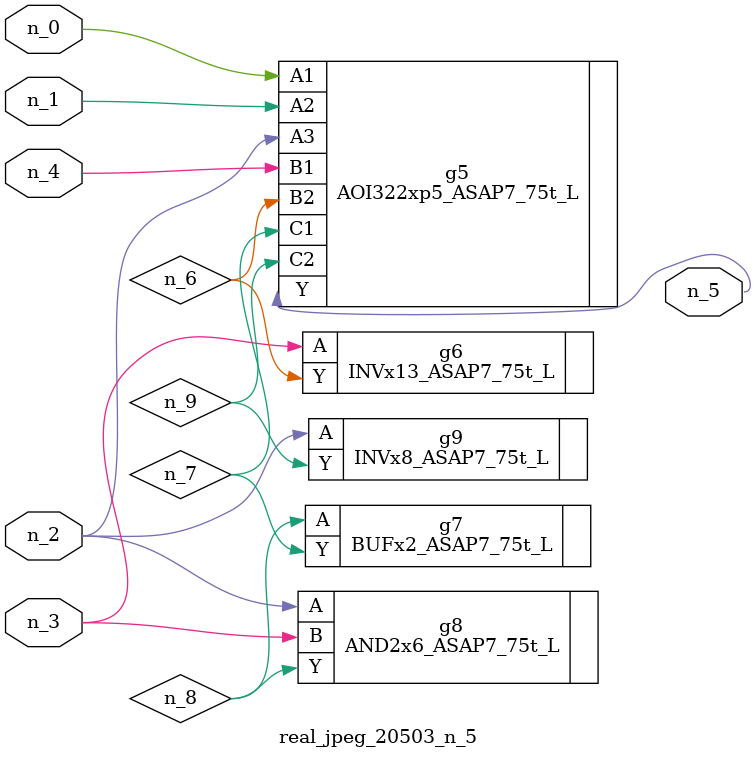
<source format=v>
module real_jpeg_20503_n_5 (n_4, n_0, n_1, n_2, n_3, n_5);

input n_4;
input n_0;
input n_1;
input n_2;
input n_3;

output n_5;

wire n_8;
wire n_6;
wire n_7;
wire n_9;

AOI322xp5_ASAP7_75t_L g5 ( 
.A1(n_0),
.A2(n_1),
.A3(n_2),
.B1(n_4),
.B2(n_6),
.C1(n_7),
.C2(n_9),
.Y(n_5)
);

AND2x6_ASAP7_75t_L g8 ( 
.A(n_2),
.B(n_3),
.Y(n_8)
);

INVx8_ASAP7_75t_L g9 ( 
.A(n_2),
.Y(n_9)
);

INVx13_ASAP7_75t_L g6 ( 
.A(n_3),
.Y(n_6)
);

BUFx2_ASAP7_75t_L g7 ( 
.A(n_8),
.Y(n_7)
);


endmodule
</source>
